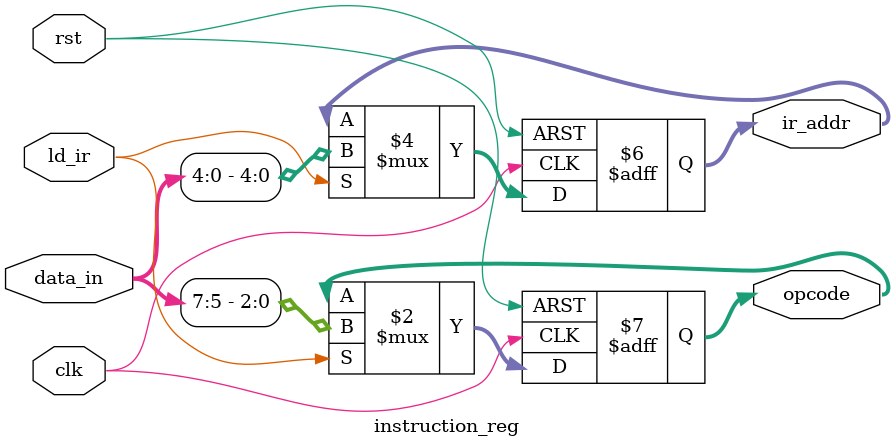
<source format=v>


module instruction_reg(clk,rst,ld_ir,data_in,ir_addr,opcode);

input clk,rst,ld_ir;
input[7:0] data_in;
output reg[4:0] ir_addr;
output reg[2:0] opcode;

always @(posedge clk or posedge rst) begin
	if (rst) begin
		ir_addr<=0;
		opcode<=0;
	end
	else if(ld_ir) begin
		ir_addr<=data_in[4:0];
		opcode<=data_in[7:5];
	end
end

endmodule
</source>
